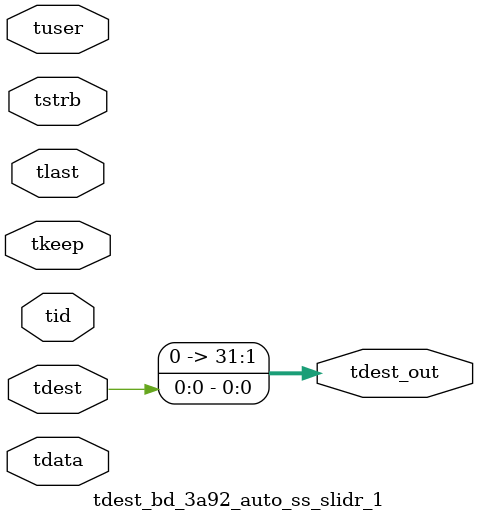
<source format=v>


`timescale 1ps/1ps

module tdest_bd_3a92_auto_ss_slidr_1 #
(
parameter C_S_AXIS_TDATA_WIDTH = 32,
parameter C_S_AXIS_TUSER_WIDTH = 0,
parameter C_S_AXIS_TID_WIDTH   = 0,
parameter C_S_AXIS_TDEST_WIDTH = 0,
parameter C_M_AXIS_TDEST_WIDTH = 32
)
(
input  [(C_S_AXIS_TDATA_WIDTH == 0 ? 1 : C_S_AXIS_TDATA_WIDTH)-1:0     ] tdata,
input  [(C_S_AXIS_TUSER_WIDTH == 0 ? 1 : C_S_AXIS_TUSER_WIDTH)-1:0     ] tuser,
input  [(C_S_AXIS_TID_WIDTH   == 0 ? 1 : C_S_AXIS_TID_WIDTH)-1:0       ] tid,
input  [(C_S_AXIS_TDEST_WIDTH == 0 ? 1 : C_S_AXIS_TDEST_WIDTH)-1:0     ] tdest,
input  [(C_S_AXIS_TDATA_WIDTH/8)-1:0 ] tkeep,
input  [(C_S_AXIS_TDATA_WIDTH/8)-1:0 ] tstrb,
input                                                                    tlast,
output [C_M_AXIS_TDEST_WIDTH-1:0] tdest_out
);

assign tdest_out = {tdest[0:0]};

endmodule


</source>
